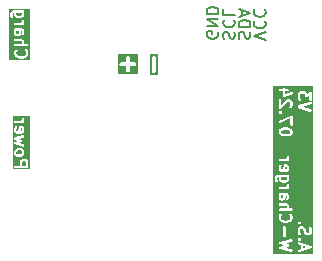
<source format=gbo>
G04 #@! TF.GenerationSoftware,KiCad,Pcbnew,8.0.4*
G04 #@! TF.CreationDate,2024-07-24T18:14:05+02:00*
G04 #@! TF.ProjectId,ESP32-C3-V3,45535033-322d-4433-932d-56332e6b6963,rev?*
G04 #@! TF.SameCoordinates,Original*
G04 #@! TF.FileFunction,Legend,Bot*
G04 #@! TF.FilePolarity,Positive*
%FSLAX46Y46*%
G04 Gerber Fmt 4.6, Leading zero omitted, Abs format (unit mm)*
G04 Created by KiCad (PCBNEW 8.0.4) date 2024-07-24 18:14:05*
%MOMM*%
%LPD*%
G01*
G04 APERTURE LIST*
%ADD10C,0.200000*%
%ADD11C,0.300000*%
G04 APERTURE END LIST*
D10*
X52980400Y8522055D02*
X52932780Y8664912D01*
X52932780Y8664912D02*
X52932780Y8903007D01*
X52932780Y8903007D02*
X52980400Y8998245D01*
X52980400Y8998245D02*
X53028019Y9045864D01*
X53028019Y9045864D02*
X53123257Y9093483D01*
X53123257Y9093483D02*
X53218495Y9093483D01*
X53218495Y9093483D02*
X53313733Y9045864D01*
X53313733Y9045864D02*
X53361352Y8998245D01*
X53361352Y8998245D02*
X53408971Y8903007D01*
X53408971Y8903007D02*
X53456590Y8712531D01*
X53456590Y8712531D02*
X53504209Y8617293D01*
X53504209Y8617293D02*
X53551828Y8569674D01*
X53551828Y8569674D02*
X53647066Y8522055D01*
X53647066Y8522055D02*
X53742304Y8522055D01*
X53742304Y8522055D02*
X53837542Y8569674D01*
X53837542Y8569674D02*
X53885161Y8617293D01*
X53885161Y8617293D02*
X53932780Y8712531D01*
X53932780Y8712531D02*
X53932780Y8950626D01*
X53932780Y8950626D02*
X53885161Y9093483D01*
X53028019Y10093483D02*
X52980400Y10045864D01*
X52980400Y10045864D02*
X52932780Y9903007D01*
X52932780Y9903007D02*
X52932780Y9807769D01*
X52932780Y9807769D02*
X52980400Y9664912D01*
X52980400Y9664912D02*
X53075638Y9569674D01*
X53075638Y9569674D02*
X53170876Y9522055D01*
X53170876Y9522055D02*
X53361352Y9474436D01*
X53361352Y9474436D02*
X53504209Y9474436D01*
X53504209Y9474436D02*
X53694685Y9522055D01*
X53694685Y9522055D02*
X53789923Y9569674D01*
X53789923Y9569674D02*
X53885161Y9664912D01*
X53885161Y9664912D02*
X53932780Y9807769D01*
X53932780Y9807769D02*
X53932780Y9903007D01*
X53932780Y9903007D02*
X53885161Y10045864D01*
X53885161Y10045864D02*
X53837542Y10093483D01*
X52932780Y10998245D02*
X52932780Y10522055D01*
X52932780Y10522055D02*
X53932780Y10522055D01*
D11*
G36*
X47387267Y5440726D02*
G01*
X46753933Y5440726D01*
X46753933Y6897368D01*
X46920600Y6897368D01*
X46920600Y5754511D01*
X46923482Y5725247D01*
X46945880Y5671175D01*
X46987264Y5629791D01*
X47041336Y5607393D01*
X47099864Y5607393D01*
X47153936Y5629791D01*
X47195320Y5671175D01*
X47217718Y5725247D01*
X47220600Y5754511D01*
X47220600Y6897368D01*
X47217718Y6926632D01*
X47195320Y6980704D01*
X47153936Y7022088D01*
X47099864Y7044486D01*
X47041336Y7044486D01*
X46987264Y7022088D01*
X46945880Y6980704D01*
X46923482Y6926632D01*
X46920600Y6897368D01*
X46753933Y6897368D01*
X46753933Y7211153D01*
X47387267Y7211153D01*
X47387267Y5440726D01*
G37*
D10*
G36*
X36178306Y-1888703D02*
G01*
X36202975Y-1913371D01*
X36232780Y-1972981D01*
X36232780Y-2230326D01*
X35908971Y-2230326D01*
X35908971Y-1972981D01*
X35938776Y-1913371D01*
X35963444Y-1888702D01*
X36023054Y-1858898D01*
X36118697Y-1858898D01*
X36178306Y-1888703D01*
G37*
G36*
X35844973Y-983941D02*
G01*
X35869642Y-1008609D01*
X35899447Y-1068219D01*
X35899447Y-1163862D01*
X35869642Y-1223471D01*
X35844973Y-1248139D01*
X35785364Y-1277945D01*
X35546864Y-1277945D01*
X35487254Y-1248140D01*
X35462583Y-1223469D01*
X35432780Y-1163862D01*
X35432780Y-1068218D01*
X35462583Y-1008611D01*
X35487254Y-983940D01*
X35546864Y-954136D01*
X35785364Y-954136D01*
X35844973Y-983941D01*
G37*
G36*
X35877292Y928471D02*
G01*
X35899447Y884162D01*
X35899447Y740900D01*
X35877292Y696592D01*
X35832983Y674436D01*
X35788094Y674436D01*
X35842391Y945922D01*
X35877292Y928471D01*
G37*
G36*
X36543891Y-2541437D02*
G01*
X35121669Y-2541437D01*
X35121669Y-2310817D01*
X35234701Y-2310817D01*
X35234701Y-2349835D01*
X35249633Y-2385883D01*
X35277223Y-2413473D01*
X35313271Y-2428405D01*
X35332780Y-2430326D01*
X36332780Y-2430326D01*
X36352289Y-2428405D01*
X36388337Y-2413473D01*
X36415927Y-2385883D01*
X36430859Y-2349835D01*
X36432780Y-2330326D01*
X36432780Y-1949374D01*
X36430859Y-1929865D01*
X36429483Y-1926544D01*
X36429229Y-1922961D01*
X36422223Y-1904652D01*
X36374604Y-1809415D01*
X36369318Y-1801018D01*
X36368308Y-1798578D01*
X36366054Y-1795832D01*
X36364161Y-1792824D01*
X36362163Y-1791091D01*
X36355871Y-1783425D01*
X36308253Y-1735806D01*
X36300582Y-1729511D01*
X36298853Y-1727517D01*
X36295845Y-1725623D01*
X36293099Y-1723370D01*
X36290659Y-1722359D01*
X36282263Y-1717074D01*
X36187025Y-1669455D01*
X36168717Y-1662449D01*
X36165133Y-1662194D01*
X36161813Y-1660819D01*
X36142304Y-1658898D01*
X35999447Y-1658898D01*
X35979938Y-1660819D01*
X35976617Y-1662194D01*
X35973034Y-1662449D01*
X35954725Y-1669455D01*
X35859488Y-1717074D01*
X35851091Y-1722359D01*
X35848651Y-1723370D01*
X35845905Y-1725623D01*
X35842897Y-1727517D01*
X35841164Y-1729514D01*
X35833498Y-1735807D01*
X35785879Y-1783425D01*
X35779584Y-1791095D01*
X35777590Y-1792825D01*
X35775696Y-1795832D01*
X35773443Y-1798579D01*
X35772432Y-1801018D01*
X35767147Y-1809415D01*
X35719528Y-1904653D01*
X35712522Y-1922961D01*
X35712267Y-1926544D01*
X35710892Y-1929865D01*
X35708971Y-1949374D01*
X35708971Y-2230326D01*
X35332780Y-2230326D01*
X35313271Y-2232247D01*
X35277223Y-2247179D01*
X35249633Y-2274769D01*
X35234701Y-2310817D01*
X35121669Y-2310817D01*
X35121669Y-1044612D01*
X35232780Y-1044612D01*
X35232780Y-1187469D01*
X35234701Y-1206978D01*
X35236076Y-1210297D01*
X35236331Y-1213883D01*
X35243338Y-1232191D01*
X35290958Y-1327429D01*
X35296242Y-1335824D01*
X35297253Y-1338264D01*
X35299506Y-1341009D01*
X35301401Y-1344020D01*
X35303397Y-1345751D01*
X35309689Y-1353418D01*
X35357308Y-1401036D01*
X35364974Y-1407328D01*
X35366707Y-1409326D01*
X35369715Y-1411219D01*
X35372461Y-1413473D01*
X35374901Y-1414483D01*
X35383298Y-1419769D01*
X35478535Y-1467388D01*
X35496844Y-1474394D01*
X35500427Y-1474648D01*
X35503748Y-1476024D01*
X35523257Y-1477945D01*
X35808971Y-1477945D01*
X35828480Y-1476024D01*
X35831800Y-1474648D01*
X35835384Y-1474394D01*
X35853692Y-1467388D01*
X35948930Y-1419769D01*
X35957326Y-1414483D01*
X35959766Y-1413473D01*
X35962512Y-1411219D01*
X35965520Y-1409326D01*
X35967249Y-1407331D01*
X35974920Y-1401037D01*
X36022538Y-1353418D01*
X36028830Y-1345751D01*
X36030828Y-1344019D01*
X36032721Y-1341010D01*
X36034975Y-1338265D01*
X36035985Y-1335824D01*
X36041271Y-1327428D01*
X36088890Y-1232191D01*
X36095896Y-1213882D01*
X36096150Y-1210298D01*
X36097526Y-1206978D01*
X36099447Y-1187469D01*
X36099447Y-1044612D01*
X36097526Y-1025103D01*
X36096150Y-1021782D01*
X36095896Y-1018199D01*
X36088890Y-999890D01*
X36041271Y-904653D01*
X36035985Y-896256D01*
X36034975Y-893816D01*
X36032721Y-891070D01*
X36030828Y-888062D01*
X36028830Y-886329D01*
X36022538Y-878663D01*
X35974920Y-831044D01*
X35967249Y-824749D01*
X35965520Y-822755D01*
X35962512Y-820861D01*
X35959766Y-818608D01*
X35957326Y-817597D01*
X35948930Y-812312D01*
X35853692Y-764693D01*
X35835384Y-757687D01*
X35831800Y-757432D01*
X35828480Y-756057D01*
X35808971Y-754136D01*
X35523257Y-754136D01*
X35503748Y-756057D01*
X35500427Y-757432D01*
X35496844Y-757687D01*
X35478535Y-764693D01*
X35383298Y-812312D01*
X35374901Y-817597D01*
X35372461Y-818608D01*
X35369715Y-820861D01*
X35366707Y-822755D01*
X35364974Y-824752D01*
X35357308Y-831045D01*
X35309689Y-878663D01*
X35303397Y-886329D01*
X35301401Y-888061D01*
X35299506Y-891071D01*
X35297253Y-893817D01*
X35296242Y-896256D01*
X35290958Y-904652D01*
X35243338Y-999890D01*
X35236331Y-1018198D01*
X35236076Y-1021783D01*
X35234701Y-1025103D01*
X35232780Y-1044612D01*
X35121669Y-1044612D01*
X35121669Y42440D01*
X35233115Y42440D01*
X35234869Y36301D01*
X35234947Y29923D01*
X35240179Y17713D01*
X35243834Y4923D01*
X35247804Y-78D01*
X35250317Y-5941D01*
X35259828Y-15223D01*
X35268095Y-25636D01*
X35273672Y-28734D01*
X35278241Y-33193D01*
X35295641Y-42222D01*
X35539711Y-139850D01*
X35295641Y-237478D01*
X35278241Y-246507D01*
X35273672Y-250965D01*
X35268095Y-254064D01*
X35259828Y-264476D01*
X35250317Y-273759D01*
X35247804Y-279621D01*
X35243834Y-284623D01*
X35240179Y-297412D01*
X35234947Y-309623D01*
X35234869Y-316000D01*
X35233115Y-322140D01*
X35234632Y-335346D01*
X35234470Y-348638D01*
X35236840Y-354564D01*
X35237569Y-360903D01*
X35244022Y-372520D01*
X35248961Y-384865D01*
X35253419Y-389433D01*
X35256518Y-395011D01*
X35266930Y-403277D01*
X35276213Y-412789D01*
X35282075Y-415301D01*
X35287077Y-419272D01*
X35305308Y-426478D01*
X35971975Y-616954D01*
X35991261Y-620467D01*
X36030024Y-616012D01*
X36064132Y-597064D01*
X36088393Y-566505D01*
X36099112Y-528988D01*
X36094657Y-490225D01*
X36075709Y-456117D01*
X36045150Y-431856D01*
X36026919Y-424650D01*
X35641516Y-314535D01*
X35846110Y-232698D01*
X35863510Y-223669D01*
X35864399Y-222800D01*
X35865538Y-222313D01*
X35878318Y-209216D01*
X35891434Y-196417D01*
X35891922Y-195276D01*
X35892789Y-194389D01*
X35899591Y-177383D01*
X35906804Y-160554D01*
X35906819Y-159314D01*
X35907280Y-158162D01*
X35907056Y-139850D01*
X35907280Y-121538D01*
X35906819Y-120385D01*
X35906804Y-119146D01*
X35899591Y-102316D01*
X35892789Y-85311D01*
X35891922Y-84423D01*
X35891434Y-83283D01*
X35878318Y-70483D01*
X35865538Y-57387D01*
X35864399Y-56899D01*
X35863510Y-56031D01*
X35846110Y-47002D01*
X35641516Y34836D01*
X36026919Y144950D01*
X36045150Y152156D01*
X36075709Y176417D01*
X36094657Y210525D01*
X36099112Y249288D01*
X36088393Y286805D01*
X36064132Y317364D01*
X36030024Y336312D01*
X35991261Y340767D01*
X35971975Y337254D01*
X35305308Y146778D01*
X35287077Y139572D01*
X35282075Y135602D01*
X35276213Y133089D01*
X35266930Y123578D01*
X35256518Y115311D01*
X35253419Y109734D01*
X35248961Y105165D01*
X35244022Y92821D01*
X35237569Y81203D01*
X35236840Y74865D01*
X35234470Y68938D01*
X35234632Y55647D01*
X35233115Y42440D01*
X35121669Y42440D01*
X35121669Y907769D01*
X35232780Y907769D01*
X35232780Y717293D01*
X35234701Y697784D01*
X35236076Y694465D01*
X35236331Y690879D01*
X35243338Y672571D01*
X35290958Y577333D01*
X35293010Y574072D01*
X35293524Y572532D01*
X35295186Y570615D01*
X35301401Y560742D01*
X35310873Y552528D01*
X35319088Y543055D01*
X35328960Y536841D01*
X35330878Y535178D01*
X35332417Y534665D01*
X35335679Y532612D01*
X35430916Y484993D01*
X35449225Y477987D01*
X35452808Y477733D01*
X35456129Y476357D01*
X35475638Y474436D01*
X35666009Y474436D01*
X35856590Y474436D01*
X35876099Y476357D01*
X35879419Y477733D01*
X35883003Y477987D01*
X35901311Y484993D01*
X35996549Y532612D01*
X35999812Y534666D01*
X36001351Y535179D01*
X36003267Y536842D01*
X36013139Y543055D01*
X36021352Y552526D01*
X36030828Y560743D01*
X36037042Y570617D01*
X36038704Y572532D01*
X36039216Y574071D01*
X36041271Y577334D01*
X36088890Y672571D01*
X36095896Y690880D01*
X36096150Y694464D01*
X36097526Y697784D01*
X36099447Y717293D01*
X36099447Y907769D01*
X36097526Y927278D01*
X36096150Y930599D01*
X36095896Y934182D01*
X36088890Y952491D01*
X36041271Y1047728D01*
X36039216Y1050992D01*
X36038704Y1052530D01*
X36037042Y1054446D01*
X36030828Y1064319D01*
X36021352Y1072537D01*
X36013139Y1082007D01*
X36003267Y1088221D01*
X36001351Y1089883D01*
X35999812Y1090397D01*
X35996549Y1092450D01*
X35901311Y1140069D01*
X35883003Y1147075D01*
X35879419Y1147330D01*
X35876099Y1148705D01*
X35856590Y1150626D01*
X35761352Y1150626D01*
X35741843Y1148705D01*
X35732790Y1144956D01*
X35723180Y1143054D01*
X35714942Y1137563D01*
X35705795Y1133773D01*
X35698866Y1126845D01*
X35690715Y1121410D01*
X35685206Y1113185D01*
X35678205Y1106183D01*
X35674455Y1097132D01*
X35669004Y1088991D01*
X35663294Y1070237D01*
X35663274Y1070138D01*
X35663273Y1070135D01*
X35663273Y1070133D01*
X35584134Y674436D01*
X35499245Y674436D01*
X35454934Y696592D01*
X35432780Y740900D01*
X35432780Y884163D01*
X35469842Y958285D01*
X35476849Y976594D01*
X35479615Y1015514D01*
X35467277Y1052530D01*
X35441712Y1082007D01*
X35406814Y1099456D01*
X35367894Y1102222D01*
X35330878Y1089884D01*
X35301401Y1064320D01*
X35290958Y1047729D01*
X35243338Y952491D01*
X35236331Y934183D01*
X35236076Y930598D01*
X35234701Y927278D01*
X35232780Y907769D01*
X35121669Y907769D01*
X35121669Y1498707D01*
X35234701Y1498707D01*
X35234701Y1459689D01*
X35249633Y1423641D01*
X35277223Y1396051D01*
X35313271Y1381119D01*
X35332780Y1379198D01*
X35999447Y1379198D01*
X36018956Y1381119D01*
X36055004Y1396051D01*
X36082594Y1423641D01*
X36097526Y1459689D01*
X36097526Y1498707D01*
X36082594Y1534755D01*
X36056725Y1560624D01*
X36088890Y1624952D01*
X36095896Y1643261D01*
X36096150Y1646845D01*
X36097526Y1650165D01*
X36099447Y1669674D01*
X36099447Y1764912D01*
X36097526Y1784421D01*
X36082594Y1820469D01*
X36055004Y1848059D01*
X36018956Y1862991D01*
X35979938Y1862991D01*
X35943890Y1848059D01*
X35916300Y1820469D01*
X35901368Y1784421D01*
X35899447Y1764912D01*
X35899447Y1693281D01*
X35869642Y1633672D01*
X35844973Y1609004D01*
X35785364Y1579198D01*
X35332780Y1579198D01*
X35313271Y1577277D01*
X35277223Y1562345D01*
X35249633Y1534755D01*
X35234701Y1498707D01*
X35121669Y1498707D01*
X35121669Y1974102D01*
X36543891Y1974102D01*
X36543891Y-2541437D01*
G37*
X56532780Y8426817D02*
X55532780Y8760150D01*
X55532780Y8760150D02*
X56532780Y9093483D01*
X55628019Y9998245D02*
X55580400Y9950626D01*
X55580400Y9950626D02*
X55532780Y9807769D01*
X55532780Y9807769D02*
X55532780Y9712531D01*
X55532780Y9712531D02*
X55580400Y9569674D01*
X55580400Y9569674D02*
X55675638Y9474436D01*
X55675638Y9474436D02*
X55770876Y9426817D01*
X55770876Y9426817D02*
X55961352Y9379198D01*
X55961352Y9379198D02*
X56104209Y9379198D01*
X56104209Y9379198D02*
X56294685Y9426817D01*
X56294685Y9426817D02*
X56389923Y9474436D01*
X56389923Y9474436D02*
X56485161Y9569674D01*
X56485161Y9569674D02*
X56532780Y9712531D01*
X56532780Y9712531D02*
X56532780Y9807769D01*
X56532780Y9807769D02*
X56485161Y9950626D01*
X56485161Y9950626D02*
X56437542Y9998245D01*
X55628019Y10998245D02*
X55580400Y10950626D01*
X55580400Y10950626D02*
X55532780Y10807769D01*
X55532780Y10807769D02*
X55532780Y10712531D01*
X55532780Y10712531D02*
X55580400Y10569674D01*
X55580400Y10569674D02*
X55675638Y10474436D01*
X55675638Y10474436D02*
X55770876Y10426817D01*
X55770876Y10426817D02*
X55961352Y10379198D01*
X55961352Y10379198D02*
X56104209Y10379198D01*
X56104209Y10379198D02*
X56294685Y10426817D01*
X56294685Y10426817D02*
X56389923Y10474436D01*
X56389923Y10474436D02*
X56485161Y10569674D01*
X56485161Y10569674D02*
X56532780Y10712531D01*
X56532780Y10712531D02*
X56532780Y10807769D01*
X56532780Y10807769D02*
X56485161Y10950626D01*
X56485161Y10950626D02*
X56437542Y10998245D01*
X54280400Y8522055D02*
X54232780Y8664912D01*
X54232780Y8664912D02*
X54232780Y8903007D01*
X54232780Y8903007D02*
X54280400Y8998245D01*
X54280400Y8998245D02*
X54328019Y9045864D01*
X54328019Y9045864D02*
X54423257Y9093483D01*
X54423257Y9093483D02*
X54518495Y9093483D01*
X54518495Y9093483D02*
X54613733Y9045864D01*
X54613733Y9045864D02*
X54661352Y8998245D01*
X54661352Y8998245D02*
X54708971Y8903007D01*
X54708971Y8903007D02*
X54756590Y8712531D01*
X54756590Y8712531D02*
X54804209Y8617293D01*
X54804209Y8617293D02*
X54851828Y8569674D01*
X54851828Y8569674D02*
X54947066Y8522055D01*
X54947066Y8522055D02*
X55042304Y8522055D01*
X55042304Y8522055D02*
X55137542Y8569674D01*
X55137542Y8569674D02*
X55185161Y8617293D01*
X55185161Y8617293D02*
X55232780Y8712531D01*
X55232780Y8712531D02*
X55232780Y8950626D01*
X55232780Y8950626D02*
X55185161Y9093483D01*
X54232780Y9522055D02*
X55232780Y9522055D01*
X55232780Y9522055D02*
X55232780Y9760150D01*
X55232780Y9760150D02*
X55185161Y9903007D01*
X55185161Y9903007D02*
X55089923Y9998245D01*
X55089923Y9998245D02*
X54994685Y10045864D01*
X54994685Y10045864D02*
X54804209Y10093483D01*
X54804209Y10093483D02*
X54661352Y10093483D01*
X54661352Y10093483D02*
X54470876Y10045864D01*
X54470876Y10045864D02*
X54375638Y9998245D01*
X54375638Y9998245D02*
X54280400Y9903007D01*
X54280400Y9903007D02*
X54232780Y9760150D01*
X54232780Y9760150D02*
X54232780Y9522055D01*
X54518495Y10474436D02*
X54518495Y10950626D01*
X54232780Y10379198D02*
X55232780Y10712531D01*
X55232780Y10712531D02*
X54232780Y11045864D01*
G36*
X60026496Y-9139850D02*
G01*
X59728439Y-9239202D01*
X59728439Y-9040497D01*
X60026496Y-9139850D01*
G37*
G36*
X58013733Y-4925767D02*
G01*
X57991578Y-4970075D01*
X57947269Y-4992231D01*
X57899245Y-4992231D01*
X57854934Y-4970075D01*
X57832780Y-4925767D01*
X57832780Y-4734885D01*
X57842202Y-4716041D01*
X58013733Y-4716041D01*
X58013733Y-4925767D01*
G37*
G36*
X58299447Y-3211076D02*
G01*
X58299447Y-3354338D01*
X58269642Y-3413947D01*
X58244973Y-3438615D01*
X58185364Y-3468421D01*
X57946864Y-3468421D01*
X57887254Y-3438616D01*
X57862583Y-3413945D01*
X57832780Y-3354338D01*
X57832780Y-3211075D01*
X57842202Y-3192231D01*
X58290024Y-3192231D01*
X58299447Y-3211076D01*
G37*
G36*
X58277292Y-2309624D02*
G01*
X58299447Y-2353933D01*
X58299447Y-2497195D01*
X58277292Y-2541503D01*
X58232983Y-2563659D01*
X58188094Y-2563659D01*
X58242391Y-2292173D01*
X58277292Y-2309624D01*
G37*
G36*
X58507399Y765800D02*
G01*
X58578306Y730346D01*
X58602975Y705678D01*
X58632780Y646068D01*
X58632780Y598044D01*
X58602975Y538435D01*
X58578306Y513767D01*
X58507399Y478313D01*
X58339518Y436342D01*
X58126042Y436342D01*
X57958161Y478313D01*
X57887254Y513766D01*
X57862583Y538437D01*
X57832780Y598044D01*
X57832780Y646069D01*
X57862583Y705676D01*
X57887254Y730347D01*
X57958161Y765800D01*
X58126042Y807770D01*
X58339518Y807770D01*
X58507399Y765800D01*
G37*
G36*
X60553835Y-9683509D02*
G01*
X57188336Y-9683509D01*
X57188336Y-8810256D01*
X57632849Y-8810256D01*
X57636214Y-8824390D01*
X57638126Y-8838774D01*
X57640696Y-8843214D01*
X57641887Y-8848213D01*
X57650402Y-8859979D01*
X57657675Y-8872542D01*
X57661752Y-8875662D01*
X57664762Y-8879822D01*
X57677124Y-8887429D01*
X57688658Y-8896258D01*
X57695858Y-8898957D01*
X57697992Y-8900271D01*
X57700382Y-8900654D01*
X57707014Y-8903141D01*
X58058959Y-8996993D01*
X57707014Y-9090845D01*
X57700382Y-9093331D01*
X57697992Y-9093715D01*
X57695858Y-9095028D01*
X57688658Y-9097728D01*
X57677124Y-9106556D01*
X57664762Y-9114164D01*
X57661752Y-9118323D01*
X57657675Y-9121444D01*
X57650402Y-9134006D01*
X57641887Y-9145773D01*
X57640696Y-9150771D01*
X57638126Y-9155212D01*
X57636214Y-9169595D01*
X57632849Y-9183730D01*
X57633662Y-9188801D01*
X57632986Y-9193890D01*
X57636727Y-9207922D01*
X57639026Y-9222257D01*
X57641715Y-9226627D01*
X57643039Y-9231591D01*
X57651867Y-9243124D01*
X57659475Y-9255487D01*
X57663634Y-9258496D01*
X57666755Y-9262574D01*
X57679317Y-9269846D01*
X57691084Y-9278362D01*
X57698355Y-9280868D01*
X57700523Y-9282123D01*
X57702920Y-9282441D01*
X57709618Y-9284750D01*
X58709618Y-9522845D01*
X58729041Y-9525495D01*
X58767568Y-9519318D01*
X58800798Y-9498869D01*
X58823673Y-9467260D01*
X58832711Y-9429303D01*
X58826534Y-9390776D01*
X58806085Y-9357546D01*
X58774476Y-9334671D01*
X58755942Y-9328283D01*
X58141468Y-9181980D01*
X58472833Y-9093616D01*
X58477400Y-9091903D01*
X58479324Y-9091648D01*
X58481606Y-9090326D01*
X58491188Y-9086734D01*
X58501670Y-9078709D01*
X58513091Y-9072098D01*
X58517027Y-9066954D01*
X58522171Y-9063018D01*
X58528782Y-9051598D01*
X58536807Y-9041115D01*
X58538476Y-9034854D01*
X58541721Y-9029250D01*
X58543459Y-9016167D01*
X58546860Y-9003414D01*
X58546006Y-8996993D01*
X58546860Y-8990572D01*
X58543459Y-8977818D01*
X58541721Y-8964736D01*
X58538476Y-8959131D01*
X58536807Y-8952871D01*
X58528782Y-8942387D01*
X58522171Y-8930968D01*
X58517027Y-8927031D01*
X58513091Y-8921888D01*
X58501670Y-8915276D01*
X58491188Y-8907252D01*
X58481606Y-8903659D01*
X58479324Y-8902338D01*
X58477400Y-8902082D01*
X58472833Y-8900370D01*
X58141468Y-8812005D01*
X58217048Y-8794010D01*
X59243509Y-8794010D01*
X59246275Y-8832930D01*
X59263725Y-8867829D01*
X59293201Y-8893394D01*
X59311101Y-8901385D01*
X59528439Y-8973830D01*
X59528439Y-9305869D01*
X59311101Y-9378315D01*
X59293201Y-9386306D01*
X59263725Y-9411871D01*
X59246275Y-9446770D01*
X59243509Y-9485690D01*
X59255847Y-9522706D01*
X59281412Y-9552182D01*
X59316311Y-9569632D01*
X59355231Y-9572398D01*
X59374347Y-9568051D01*
X60374346Y-9234718D01*
X60392247Y-9226727D01*
X60397648Y-9222042D01*
X60404035Y-9218849D01*
X60412247Y-9209380D01*
X60421723Y-9201162D01*
X60424918Y-9194770D01*
X60429600Y-9189373D01*
X60433566Y-9177475D01*
X60439172Y-9166263D01*
X60439678Y-9159138D01*
X60441939Y-9152357D01*
X60441049Y-9139850D01*
X60441939Y-9127343D01*
X60439678Y-9120561D01*
X60439172Y-9113437D01*
X60433566Y-9102224D01*
X60429600Y-9090327D01*
X60424918Y-9084929D01*
X60421723Y-9078538D01*
X60412247Y-9070319D01*
X60404035Y-9060851D01*
X60397648Y-9057657D01*
X60392247Y-9052973D01*
X60374346Y-9044982D01*
X59374347Y-8711649D01*
X59355231Y-8707302D01*
X59316311Y-8710068D01*
X59281412Y-8727518D01*
X59255847Y-8756994D01*
X59243509Y-8794010D01*
X58217048Y-8794010D01*
X58755942Y-8665703D01*
X58774476Y-8659315D01*
X58806085Y-8636440D01*
X58826534Y-8603210D01*
X58832711Y-8564683D01*
X58823673Y-8526726D01*
X58800798Y-8495117D01*
X58767568Y-8474668D01*
X58729041Y-8468491D01*
X58709618Y-8471141D01*
X57709618Y-8709236D01*
X57702920Y-8711544D01*
X57700523Y-8711863D01*
X57698355Y-8713117D01*
X57691084Y-8715624D01*
X57679317Y-8724139D01*
X57666755Y-8731412D01*
X57663634Y-8735489D01*
X57659475Y-8738499D01*
X57651867Y-8750861D01*
X57643039Y-8762395D01*
X57641715Y-8767358D01*
X57639026Y-8771729D01*
X57636727Y-8786063D01*
X57632986Y-8800096D01*
X57633662Y-8805184D01*
X57632849Y-8810256D01*
X57188336Y-8810256D01*
X57188336Y-8453674D01*
X59244645Y-8453674D01*
X59244645Y-8492692D01*
X59246129Y-8496275D01*
X59259576Y-8528740D01*
X59259577Y-8528741D01*
X59272014Y-8543894D01*
X59319634Y-8591513D01*
X59334787Y-8603950D01*
X59360277Y-8614507D01*
X59370835Y-8618881D01*
X59370836Y-8618881D01*
X59409853Y-8618881D01*
X59430970Y-8610133D01*
X59445902Y-8603949D01*
X59445906Y-8603944D01*
X59461055Y-8591513D01*
X59508673Y-8543894D01*
X59521110Y-8528741D01*
X59532479Y-8501293D01*
X59536042Y-8492692D01*
X59536042Y-8453674D01*
X59521110Y-8417626D01*
X59521110Y-8417625D01*
X59508673Y-8402472D01*
X59461055Y-8354853D01*
X59445906Y-8342421D01*
X59445902Y-8342417D01*
X59430970Y-8336232D01*
X59409853Y-8327485D01*
X59370835Y-8327485D01*
X59360277Y-8331858D01*
X59334787Y-8342416D01*
X59319634Y-8354853D01*
X59272014Y-8402472D01*
X59259577Y-8417625D01*
X59259576Y-8417626D01*
X59249018Y-8443116D01*
X59244645Y-8453674D01*
X57188336Y-8453674D01*
X57188336Y-7425565D01*
X58013733Y-7425565D01*
X58013733Y-8187469D01*
X58015654Y-8206978D01*
X58030586Y-8243026D01*
X58058176Y-8270616D01*
X58094224Y-8285548D01*
X58133242Y-8285548D01*
X58169290Y-8270616D01*
X58196880Y-8243026D01*
X58211812Y-8206978D01*
X58213733Y-8187469D01*
X58213733Y-7663660D01*
X59242724Y-7663660D01*
X59242724Y-7901755D01*
X59243696Y-7911628D01*
X59243509Y-7914263D01*
X59244296Y-7917726D01*
X59244645Y-7921264D01*
X59245656Y-7923705D01*
X59247856Y-7933378D01*
X59295476Y-8076236D01*
X59303468Y-8094136D01*
X59329033Y-8123612D01*
X59363932Y-8141061D01*
X59402852Y-8143827D01*
X59439868Y-8131488D01*
X59469344Y-8105923D01*
X59486793Y-8071024D01*
X59489559Y-8032104D01*
X59485212Y-8012989D01*
X59442724Y-7885527D01*
X59442724Y-7687266D01*
X59472527Y-7627659D01*
X59497198Y-7602988D01*
X59556808Y-7573184D01*
X59604832Y-7573184D01*
X59664441Y-7602989D01*
X59689110Y-7627657D01*
X59724563Y-7698564D01*
X59769520Y-7878389D01*
X59770033Y-7879826D01*
X59770085Y-7880549D01*
X59773193Y-7888673D01*
X59776115Y-7896850D01*
X59776545Y-7897430D01*
X59777091Y-7898857D01*
X59824710Y-7994095D01*
X59829995Y-8002491D01*
X59831006Y-8004931D01*
X59833259Y-8007677D01*
X59835153Y-8010685D01*
X59837147Y-8012414D01*
X59843442Y-8020085D01*
X59891061Y-8067703D01*
X59898727Y-8073995D01*
X59900460Y-8075993D01*
X59903468Y-8077886D01*
X59906214Y-8080140D01*
X59908654Y-8081150D01*
X59917051Y-8086436D01*
X60012288Y-8134055D01*
X60030597Y-8141061D01*
X60034180Y-8141315D01*
X60037501Y-8142691D01*
X60057010Y-8144612D01*
X60152248Y-8144612D01*
X60171757Y-8142691D01*
X60175077Y-8141315D01*
X60178661Y-8141061D01*
X60196969Y-8134055D01*
X60292207Y-8086436D01*
X60300603Y-8081150D01*
X60303043Y-8080140D01*
X60305789Y-8077886D01*
X60308797Y-8075993D01*
X60310526Y-8073998D01*
X60318197Y-8067704D01*
X60365815Y-8020085D01*
X60372107Y-8012418D01*
X60374105Y-8010686D01*
X60375998Y-8007677D01*
X60378252Y-8004932D01*
X60379262Y-8002491D01*
X60384548Y-7994095D01*
X60432167Y-7898858D01*
X60439173Y-7880549D01*
X60439427Y-7876965D01*
X60440803Y-7873645D01*
X60442724Y-7854136D01*
X60442724Y-7616041D01*
X60441751Y-7606167D01*
X60441939Y-7603533D01*
X60441151Y-7600069D01*
X60440803Y-7596532D01*
X60439791Y-7594090D01*
X60437592Y-7584418D01*
X60389973Y-7441561D01*
X60381982Y-7423661D01*
X60356417Y-7394185D01*
X60321518Y-7376735D01*
X60282598Y-7373969D01*
X60245582Y-7386307D01*
X60216106Y-7411872D01*
X60198656Y-7446771D01*
X60195890Y-7485691D01*
X60200237Y-7504807D01*
X60242724Y-7632267D01*
X60242724Y-7830529D01*
X60212919Y-7890138D01*
X60188250Y-7914806D01*
X60128641Y-7944612D01*
X60080617Y-7944612D01*
X60021007Y-7914807D01*
X59996339Y-7890138D01*
X59960885Y-7819231D01*
X59915929Y-7639406D01*
X59915415Y-7637967D01*
X59915364Y-7637247D01*
X59912255Y-7629122D01*
X59909334Y-7620946D01*
X59908904Y-7620366D01*
X59908358Y-7618938D01*
X59860739Y-7523701D01*
X59855453Y-7515304D01*
X59854443Y-7512864D01*
X59852189Y-7510118D01*
X59850296Y-7507110D01*
X59848298Y-7505377D01*
X59842006Y-7497711D01*
X59794388Y-7450092D01*
X59786717Y-7443797D01*
X59784988Y-7441803D01*
X59781980Y-7439909D01*
X59779234Y-7437656D01*
X59776794Y-7436645D01*
X59768398Y-7431360D01*
X59673160Y-7383741D01*
X59654852Y-7376735D01*
X59651268Y-7376480D01*
X59647948Y-7375105D01*
X59628439Y-7373184D01*
X59533201Y-7373184D01*
X59513692Y-7375105D01*
X59510371Y-7376480D01*
X59506788Y-7376735D01*
X59488479Y-7383741D01*
X59393242Y-7431360D01*
X59384845Y-7436645D01*
X59382405Y-7437656D01*
X59379659Y-7439909D01*
X59376651Y-7441803D01*
X59374918Y-7443800D01*
X59367252Y-7450093D01*
X59319633Y-7497711D01*
X59313341Y-7505377D01*
X59311345Y-7507109D01*
X59309450Y-7510119D01*
X59307197Y-7512865D01*
X59306186Y-7515304D01*
X59300902Y-7523700D01*
X59253282Y-7618938D01*
X59246275Y-7637246D01*
X59246020Y-7640831D01*
X59244645Y-7644151D01*
X59242724Y-7663660D01*
X58213733Y-7663660D01*
X58213733Y-7425565D01*
X58211812Y-7406056D01*
X58196880Y-7370008D01*
X58169290Y-7342418D01*
X58133242Y-7327486D01*
X58094224Y-7327486D01*
X58058176Y-7342418D01*
X58030586Y-7370008D01*
X58015654Y-7406056D01*
X58013733Y-7425565D01*
X57188336Y-7425565D01*
X57188336Y-6568422D01*
X57632780Y-6568422D01*
X57632780Y-6663660D01*
X57633752Y-6673533D01*
X57633565Y-6676168D01*
X57634352Y-6679631D01*
X57634701Y-6683169D01*
X57635712Y-6685610D01*
X57637912Y-6695283D01*
X57685532Y-6838141D01*
X57693524Y-6856041D01*
X57695878Y-6858755D01*
X57697253Y-6862074D01*
X57709689Y-6877228D01*
X57804927Y-6972466D01*
X57812593Y-6978757D01*
X57814326Y-6980755D01*
X57817337Y-6982650D01*
X57820081Y-6984902D01*
X57822518Y-6985911D01*
X57830917Y-6991198D01*
X57926154Y-7038817D01*
X57927582Y-7039363D01*
X57928162Y-7039793D01*
X57936338Y-7042714D01*
X57944463Y-7045823D01*
X57945183Y-7045874D01*
X57946622Y-7046388D01*
X58137098Y-7094007D01*
X58140479Y-7094507D01*
X58141843Y-7095072D01*
X58149193Y-7095795D01*
X58156491Y-7096875D01*
X58157949Y-7096657D01*
X58161352Y-7096993D01*
X58304209Y-7096993D01*
X58307611Y-7096657D01*
X58309070Y-7096875D01*
X58316367Y-7095795D01*
X58323718Y-7095072D01*
X58325081Y-7094507D01*
X58328463Y-7094007D01*
X58518938Y-7046388D01*
X58520375Y-7045874D01*
X58521098Y-7045823D01*
X58529222Y-7042714D01*
X58537399Y-7039793D01*
X58537979Y-7039362D01*
X58539406Y-7038817D01*
X58566834Y-7025103D01*
X59244645Y-7025103D01*
X59244645Y-7064121D01*
X59246129Y-7067704D01*
X59259576Y-7100169D01*
X59259577Y-7100170D01*
X59272014Y-7115323D01*
X59319634Y-7162942D01*
X59334787Y-7175379D01*
X59360277Y-7185936D01*
X59370835Y-7190310D01*
X59370836Y-7190310D01*
X59409853Y-7190310D01*
X59430970Y-7181562D01*
X59445902Y-7175378D01*
X59445906Y-7175373D01*
X59461055Y-7162942D01*
X59508673Y-7115323D01*
X59521110Y-7100170D01*
X59525483Y-7089611D01*
X59536042Y-7064121D01*
X59536042Y-7025103D01*
X59521110Y-6989055D01*
X59521110Y-6989054D01*
X59508673Y-6973901D01*
X59461055Y-6926282D01*
X59445906Y-6913850D01*
X59445902Y-6913846D01*
X59428345Y-6906574D01*
X59409853Y-6898914D01*
X59370835Y-6898914D01*
X59361053Y-6902966D01*
X59334787Y-6913845D01*
X59319634Y-6926282D01*
X59272014Y-6973901D01*
X59259577Y-6989054D01*
X59259576Y-6989055D01*
X59254275Y-7001854D01*
X59244645Y-7025103D01*
X58566834Y-7025103D01*
X58634644Y-6991198D01*
X58643040Y-6985912D01*
X58645480Y-6984902D01*
X58648226Y-6982648D01*
X58651234Y-6980755D01*
X58652963Y-6978760D01*
X58660634Y-6972466D01*
X58755872Y-6877228D01*
X58768308Y-6862074D01*
X58769682Y-6858755D01*
X58772038Y-6856040D01*
X58780029Y-6838140D01*
X58827648Y-6695283D01*
X58829847Y-6685610D01*
X58830859Y-6683169D01*
X58831207Y-6679631D01*
X58831995Y-6676168D01*
X58831807Y-6673533D01*
X58832780Y-6663660D01*
X58832780Y-6568422D01*
X58831807Y-6558548D01*
X58831995Y-6555914D01*
X58831207Y-6552450D01*
X58830859Y-6548913D01*
X58829847Y-6546471D01*
X58827648Y-6536799D01*
X58780029Y-6393942D01*
X58772038Y-6376042D01*
X58769682Y-6373326D01*
X58768308Y-6370007D01*
X58755871Y-6354854D01*
X58708253Y-6307235D01*
X58693099Y-6294799D01*
X58657051Y-6279867D01*
X58618033Y-6279867D01*
X58581985Y-6294799D01*
X58554395Y-6322389D01*
X58539463Y-6358437D01*
X58539463Y-6397455D01*
X58554395Y-6433503D01*
X58566831Y-6448657D01*
X58597758Y-6479583D01*
X58632780Y-6584648D01*
X58632780Y-6647433D01*
X58597758Y-6752497D01*
X58530686Y-6819569D01*
X58459780Y-6855022D01*
X58291899Y-6896993D01*
X58173661Y-6896993D01*
X58005780Y-6855022D01*
X57934875Y-6819570D01*
X57867802Y-6752497D01*
X57832780Y-6647432D01*
X57832780Y-6584649D01*
X57867802Y-6479584D01*
X57898729Y-6448657D01*
X57911166Y-6433504D01*
X57926097Y-6397455D01*
X57926097Y-6358437D01*
X57911166Y-6322389D01*
X57883576Y-6294799D01*
X57847528Y-6279868D01*
X57808510Y-6279868D01*
X57772461Y-6294799D01*
X57757308Y-6307236D01*
X57709689Y-6354854D01*
X57697253Y-6370008D01*
X57695878Y-6373326D01*
X57693524Y-6376041D01*
X57685532Y-6393941D01*
X57637912Y-6536799D01*
X57635712Y-6546471D01*
X57634701Y-6548913D01*
X57634352Y-6552450D01*
X57633565Y-6555914D01*
X57633752Y-6558548D01*
X57632780Y-6568422D01*
X57188336Y-6568422D01*
X57188336Y-5501294D01*
X57634701Y-5501294D01*
X57634701Y-5540312D01*
X57649633Y-5576360D01*
X57677223Y-5603950D01*
X57713271Y-5618882D01*
X57732780Y-5620803D01*
X58232983Y-5620803D01*
X58277292Y-5642958D01*
X58299447Y-5687267D01*
X58299447Y-5782910D01*
X58269642Y-5842519D01*
X58262788Y-5849374D01*
X57732780Y-5849374D01*
X57713271Y-5851295D01*
X57677223Y-5866227D01*
X57649633Y-5893817D01*
X57634701Y-5929865D01*
X57634701Y-5968883D01*
X57649633Y-6004931D01*
X57677223Y-6032521D01*
X57713271Y-6047453D01*
X57732780Y-6049374D01*
X58732780Y-6049374D01*
X58752289Y-6047453D01*
X58788337Y-6032521D01*
X58815927Y-6004931D01*
X58830859Y-5968883D01*
X58830859Y-5929865D01*
X58815927Y-5893817D01*
X58788337Y-5866227D01*
X58752289Y-5851295D01*
X58732780Y-5849374D01*
X58489604Y-5849374D01*
X58495896Y-5832930D01*
X58496150Y-5829346D01*
X58497526Y-5826026D01*
X58499447Y-5806517D01*
X58499447Y-5663660D01*
X58497526Y-5644151D01*
X58496150Y-5640830D01*
X58495896Y-5637247D01*
X58488890Y-5618938D01*
X58441271Y-5523701D01*
X58439216Y-5520437D01*
X58438704Y-5518899D01*
X58437042Y-5516983D01*
X58430828Y-5507110D01*
X58421352Y-5498892D01*
X58413139Y-5489422D01*
X58403267Y-5483208D01*
X58401351Y-5481546D01*
X58399812Y-5481032D01*
X58396549Y-5478979D01*
X58301311Y-5431360D01*
X58283003Y-5424354D01*
X58279419Y-5424099D01*
X58276099Y-5422724D01*
X58256590Y-5420803D01*
X57732780Y-5420803D01*
X57713271Y-5422724D01*
X57677223Y-5437656D01*
X57649633Y-5465246D01*
X57634701Y-5501294D01*
X57188336Y-5501294D01*
X57188336Y-4711279D01*
X57632780Y-4711279D01*
X57632780Y-4949374D01*
X57634701Y-4968883D01*
X57636076Y-4972202D01*
X57636331Y-4975788D01*
X57643338Y-4994096D01*
X57690958Y-5089334D01*
X57693010Y-5092595D01*
X57693524Y-5094135D01*
X57695186Y-5096052D01*
X57701401Y-5105925D01*
X57710873Y-5114139D01*
X57719088Y-5123612D01*
X57728960Y-5129826D01*
X57730878Y-5131489D01*
X57732417Y-5132002D01*
X57735679Y-5134055D01*
X57830916Y-5181674D01*
X57849225Y-5188680D01*
X57852808Y-5188934D01*
X57856129Y-5190310D01*
X57875638Y-5192231D01*
X57970876Y-5192231D01*
X57990385Y-5190310D01*
X57993705Y-5188934D01*
X57997289Y-5188680D01*
X58015597Y-5181674D01*
X58110835Y-5134055D01*
X58114098Y-5132001D01*
X58115637Y-5131488D01*
X58117553Y-5129825D01*
X58127425Y-5123612D01*
X58135638Y-5114141D01*
X58145114Y-5105924D01*
X58151328Y-5096050D01*
X58152990Y-5094135D01*
X58153502Y-5092596D01*
X58155557Y-5089333D01*
X58203176Y-4994096D01*
X58210182Y-4975787D01*
X58210436Y-4972203D01*
X58211812Y-4968883D01*
X58213733Y-4949374D01*
X58213733Y-4734886D01*
X58223156Y-4716041D01*
X58232983Y-4716041D01*
X58277292Y-4738196D01*
X58299447Y-4782505D01*
X58299447Y-4925767D01*
X58262385Y-4999891D01*
X58255379Y-5018199D01*
X58252613Y-5057119D01*
X58264952Y-5094135D01*
X58290516Y-5123612D01*
X58325415Y-5141061D01*
X58364335Y-5143827D01*
X58401351Y-5131488D01*
X58430828Y-5105924D01*
X58441271Y-5089333D01*
X58488890Y-4994096D01*
X58495896Y-4975787D01*
X58496150Y-4972203D01*
X58497526Y-4968883D01*
X58499447Y-4949374D01*
X58499447Y-4758898D01*
X58497526Y-4739389D01*
X58496150Y-4736068D01*
X58495896Y-4732485D01*
X58488890Y-4714176D01*
X58441271Y-4618939D01*
X58439216Y-4615675D01*
X58438704Y-4614137D01*
X58437042Y-4612221D01*
X58430828Y-4602348D01*
X58421352Y-4594130D01*
X58413139Y-4584660D01*
X58403267Y-4578446D01*
X58401351Y-4576784D01*
X58399812Y-4576270D01*
X58396549Y-4574217D01*
X58301311Y-4526598D01*
X58283003Y-4519592D01*
X58279419Y-4519337D01*
X58276099Y-4517962D01*
X58256590Y-4516041D01*
X57732780Y-4516041D01*
X57713271Y-4517962D01*
X57677223Y-4532894D01*
X57649633Y-4560484D01*
X57634701Y-4596532D01*
X57634701Y-4635550D01*
X57645638Y-4661955D01*
X57643338Y-4666557D01*
X57636331Y-4684865D01*
X57636076Y-4688450D01*
X57634701Y-4691770D01*
X57632780Y-4711279D01*
X57188336Y-4711279D01*
X57188336Y-4120341D01*
X57634701Y-4120341D01*
X57634701Y-4159359D01*
X57649633Y-4195407D01*
X57677223Y-4222997D01*
X57713271Y-4237929D01*
X57732780Y-4239850D01*
X58399447Y-4239850D01*
X58418956Y-4237929D01*
X58455004Y-4222997D01*
X58482594Y-4195407D01*
X58497526Y-4159359D01*
X58497526Y-4120341D01*
X58482594Y-4084293D01*
X58456725Y-4058424D01*
X58488890Y-3994096D01*
X58495896Y-3975787D01*
X58496150Y-3972203D01*
X58497526Y-3968883D01*
X58499447Y-3949374D01*
X58499447Y-3854136D01*
X58497526Y-3834627D01*
X58482594Y-3798579D01*
X58455004Y-3770989D01*
X58418956Y-3756057D01*
X58379938Y-3756057D01*
X58343890Y-3770989D01*
X58316300Y-3798579D01*
X58301368Y-3834627D01*
X58299447Y-3854136D01*
X58299447Y-3925767D01*
X58269642Y-3985376D01*
X58244973Y-4010044D01*
X58185364Y-4039850D01*
X57732780Y-4039850D01*
X57713271Y-4041771D01*
X57677223Y-4056703D01*
X57649633Y-4084293D01*
X57634701Y-4120341D01*
X57188336Y-4120341D01*
X57188336Y-3282707D01*
X57299447Y-3282707D01*
X57299447Y-3425564D01*
X57301368Y-3445073D01*
X57302743Y-3448393D01*
X57302998Y-3451977D01*
X57310004Y-3470285D01*
X57357623Y-3565523D01*
X57368066Y-3582113D01*
X57397543Y-3607678D01*
X57434559Y-3620016D01*
X57473479Y-3617251D01*
X57508377Y-3599802D01*
X57533942Y-3570325D01*
X57546281Y-3533309D01*
X57543515Y-3494389D01*
X57536509Y-3476080D01*
X57499447Y-3401956D01*
X57499447Y-3306314D01*
X57529252Y-3246704D01*
X57553920Y-3222035D01*
X57613530Y-3192231D01*
X57632780Y-3192231D01*
X57632780Y-3377945D01*
X57634701Y-3397454D01*
X57636076Y-3400773D01*
X57636331Y-3404359D01*
X57643338Y-3422667D01*
X57690958Y-3517905D01*
X57696242Y-3526300D01*
X57697253Y-3528740D01*
X57699506Y-3531485D01*
X57701401Y-3534496D01*
X57703397Y-3536227D01*
X57709689Y-3543894D01*
X57757308Y-3591512D01*
X57764974Y-3597804D01*
X57766707Y-3599802D01*
X57769715Y-3601695D01*
X57772461Y-3603949D01*
X57774901Y-3604959D01*
X57783298Y-3610245D01*
X57878535Y-3657864D01*
X57896844Y-3664870D01*
X57900427Y-3665124D01*
X57903748Y-3666500D01*
X57923257Y-3668421D01*
X58208971Y-3668421D01*
X58228480Y-3666500D01*
X58231800Y-3665124D01*
X58235384Y-3664870D01*
X58253692Y-3657864D01*
X58348930Y-3610245D01*
X58357326Y-3604959D01*
X58359766Y-3603949D01*
X58362512Y-3601695D01*
X58365520Y-3599802D01*
X58367249Y-3597807D01*
X58374920Y-3591513D01*
X58422538Y-3543894D01*
X58428830Y-3536227D01*
X58430828Y-3534495D01*
X58432721Y-3531486D01*
X58434975Y-3528741D01*
X58435985Y-3526300D01*
X58441271Y-3517904D01*
X58488890Y-3422667D01*
X58495896Y-3404358D01*
X58496150Y-3400774D01*
X58497526Y-3397454D01*
X58499447Y-3377945D01*
X58499447Y-3187469D01*
X58497526Y-3167960D01*
X58496150Y-3164639D01*
X58495896Y-3161056D01*
X58488890Y-3142747D01*
X58486588Y-3138144D01*
X58497526Y-3111740D01*
X58497526Y-3072722D01*
X58482594Y-3036674D01*
X58455004Y-3009084D01*
X58418956Y-2994152D01*
X58399447Y-2992231D01*
X57589923Y-2992231D01*
X57570414Y-2994152D01*
X57567093Y-2995527D01*
X57563510Y-2995782D01*
X57545201Y-3002788D01*
X57449964Y-3050407D01*
X57441567Y-3055692D01*
X57439127Y-3056703D01*
X57436381Y-3058956D01*
X57433373Y-3060850D01*
X57431640Y-3062847D01*
X57423974Y-3069140D01*
X57376355Y-3116758D01*
X57370060Y-3124428D01*
X57368066Y-3126158D01*
X57366172Y-3129165D01*
X57363919Y-3131912D01*
X57362908Y-3134351D01*
X57357623Y-3142748D01*
X57310004Y-3237986D01*
X57302998Y-3256294D01*
X57302743Y-3259877D01*
X57301368Y-3263198D01*
X57299447Y-3282707D01*
X57188336Y-3282707D01*
X57188336Y-2330326D01*
X57632780Y-2330326D01*
X57632780Y-2520802D01*
X57634701Y-2540311D01*
X57636076Y-2543630D01*
X57636331Y-2547216D01*
X57643338Y-2565524D01*
X57690958Y-2660762D01*
X57693010Y-2664023D01*
X57693524Y-2665563D01*
X57695186Y-2667480D01*
X57701401Y-2677353D01*
X57710873Y-2685567D01*
X57719088Y-2695040D01*
X57728960Y-2701254D01*
X57730878Y-2702917D01*
X57732417Y-2703430D01*
X57735679Y-2705483D01*
X57830916Y-2753102D01*
X57849225Y-2760108D01*
X57852808Y-2760362D01*
X57856129Y-2761738D01*
X57875638Y-2763659D01*
X58066009Y-2763659D01*
X58256590Y-2763659D01*
X58276099Y-2761738D01*
X58279419Y-2760362D01*
X58283003Y-2760108D01*
X58301311Y-2753102D01*
X58396549Y-2705483D01*
X58399812Y-2703429D01*
X58401351Y-2702916D01*
X58403267Y-2701253D01*
X58413139Y-2695040D01*
X58421352Y-2685569D01*
X58430828Y-2677352D01*
X58437042Y-2667478D01*
X58438704Y-2665563D01*
X58439216Y-2664024D01*
X58441271Y-2660761D01*
X58488890Y-2565524D01*
X58495896Y-2547215D01*
X58496150Y-2543631D01*
X58497526Y-2540311D01*
X58499447Y-2520802D01*
X58499447Y-2330326D01*
X58497526Y-2310817D01*
X58496150Y-2307496D01*
X58495896Y-2303913D01*
X58488890Y-2285604D01*
X58441271Y-2190367D01*
X58439216Y-2187103D01*
X58438704Y-2185565D01*
X58437042Y-2183649D01*
X58430828Y-2173776D01*
X58421352Y-2165558D01*
X58413139Y-2156088D01*
X58403267Y-2149874D01*
X58401351Y-2148212D01*
X58399812Y-2147698D01*
X58396549Y-2145645D01*
X58301311Y-2098026D01*
X58283003Y-2091020D01*
X58279419Y-2090765D01*
X58276099Y-2089390D01*
X58256590Y-2087469D01*
X58161352Y-2087469D01*
X58141843Y-2089390D01*
X58132790Y-2093139D01*
X58123180Y-2095041D01*
X58114942Y-2100532D01*
X58105795Y-2104322D01*
X58098866Y-2111250D01*
X58090715Y-2116685D01*
X58085206Y-2124910D01*
X58078205Y-2131912D01*
X58074455Y-2140963D01*
X58069004Y-2149104D01*
X58063294Y-2167858D01*
X58063274Y-2167957D01*
X58063273Y-2167960D01*
X58063273Y-2167962D01*
X57984134Y-2563659D01*
X57899245Y-2563659D01*
X57854934Y-2541503D01*
X57832780Y-2497195D01*
X57832780Y-2353932D01*
X57869842Y-2279810D01*
X57876849Y-2261501D01*
X57879615Y-2222581D01*
X57867277Y-2185565D01*
X57841712Y-2156088D01*
X57806814Y-2138639D01*
X57767894Y-2135873D01*
X57730878Y-2148211D01*
X57701401Y-2173775D01*
X57690958Y-2190366D01*
X57643338Y-2285604D01*
X57636331Y-2303912D01*
X57636076Y-2307497D01*
X57634701Y-2310817D01*
X57632780Y-2330326D01*
X57188336Y-2330326D01*
X57188336Y-1739388D01*
X57634701Y-1739388D01*
X57634701Y-1778406D01*
X57649633Y-1814454D01*
X57677223Y-1842044D01*
X57713271Y-1856976D01*
X57732780Y-1858897D01*
X58399447Y-1858897D01*
X58418956Y-1856976D01*
X58455004Y-1842044D01*
X58482594Y-1814454D01*
X58497526Y-1778406D01*
X58497526Y-1739388D01*
X58482594Y-1703340D01*
X58456725Y-1677471D01*
X58488890Y-1613143D01*
X58495896Y-1594834D01*
X58496150Y-1591250D01*
X58497526Y-1587930D01*
X58499447Y-1568421D01*
X58499447Y-1473183D01*
X58497526Y-1453674D01*
X58482594Y-1417626D01*
X58455004Y-1390036D01*
X58418956Y-1375104D01*
X58379938Y-1375104D01*
X58343890Y-1390036D01*
X58316300Y-1417626D01*
X58301368Y-1453674D01*
X58299447Y-1473183D01*
X58299447Y-1544814D01*
X58269642Y-1604423D01*
X58244973Y-1629091D01*
X58185364Y-1658897D01*
X57732780Y-1658897D01*
X57713271Y-1660818D01*
X57677223Y-1675750D01*
X57649633Y-1703340D01*
X57634701Y-1739388D01*
X57188336Y-1739388D01*
X57188336Y669675D01*
X57632780Y669675D01*
X57632780Y574437D01*
X57634701Y554928D01*
X57636076Y551609D01*
X57636331Y548023D01*
X57643338Y529715D01*
X57690958Y434477D01*
X57696242Y426082D01*
X57697253Y423642D01*
X57699506Y420897D01*
X57701401Y417886D01*
X57703397Y416155D01*
X57709689Y408488D01*
X57757308Y360870D01*
X57764974Y354578D01*
X57766707Y352580D01*
X57769715Y350687D01*
X57772461Y348433D01*
X57774901Y347423D01*
X57783298Y342137D01*
X57878535Y294518D01*
X57879963Y293972D01*
X57880543Y293542D01*
X57888719Y290621D01*
X57896844Y287512D01*
X57897564Y287461D01*
X57899003Y286947D01*
X58089479Y239328D01*
X58092860Y238828D01*
X58094224Y238263D01*
X58101574Y237540D01*
X58108872Y236460D01*
X58110330Y236678D01*
X58113733Y236342D01*
X58351828Y236342D01*
X58355230Y236678D01*
X58356689Y236460D01*
X58363986Y237540D01*
X58371337Y238263D01*
X58372700Y238828D01*
X58376082Y239328D01*
X58566557Y286947D01*
X58567994Y287461D01*
X58568717Y287512D01*
X58576841Y290621D01*
X58585018Y293542D01*
X58585598Y293973D01*
X58587025Y294518D01*
X58682263Y342137D01*
X58690659Y347423D01*
X58693099Y348433D01*
X58695845Y350687D01*
X58698853Y352580D01*
X58700582Y354575D01*
X58708253Y360869D01*
X58755871Y408488D01*
X58762163Y416155D01*
X58764161Y417887D01*
X58766054Y420896D01*
X58768308Y423641D01*
X58769318Y426082D01*
X58774604Y434478D01*
X58822223Y529715D01*
X58829229Y548024D01*
X58829483Y551608D01*
X58830859Y554928D01*
X58832780Y574437D01*
X58832780Y669675D01*
X58830859Y689184D01*
X58829483Y692505D01*
X58829229Y696088D01*
X58822223Y714397D01*
X58774604Y809634D01*
X58769318Y818031D01*
X58768308Y820471D01*
X58766054Y823217D01*
X58764161Y826225D01*
X58762163Y827958D01*
X58755871Y835624D01*
X58708253Y883243D01*
X58700582Y889538D01*
X58698853Y891532D01*
X58695845Y893426D01*
X58693099Y895679D01*
X58690659Y896690D01*
X58682263Y901975D01*
X58587025Y949594D01*
X58585598Y950140D01*
X58585018Y950570D01*
X58576841Y953492D01*
X58568717Y956600D01*
X58567994Y956652D01*
X58566557Y957165D01*
X58376082Y1004784D01*
X58372700Y1005285D01*
X58371337Y1005849D01*
X58363986Y1006573D01*
X58356689Y1007652D01*
X58355230Y1007435D01*
X58351828Y1007770D01*
X58113733Y1007770D01*
X58110330Y1007435D01*
X58108872Y1007652D01*
X58101574Y1006573D01*
X58094224Y1005849D01*
X58092860Y1005285D01*
X58089479Y1004784D01*
X57899003Y957165D01*
X57897564Y956652D01*
X57896844Y956600D01*
X57888719Y953492D01*
X57880543Y950570D01*
X57879963Y950141D01*
X57878535Y949594D01*
X57783298Y901975D01*
X57774901Y896690D01*
X57772461Y895679D01*
X57769715Y893426D01*
X57766707Y891532D01*
X57764974Y889535D01*
X57757308Y883242D01*
X57709689Y835624D01*
X57703397Y827958D01*
X57701401Y826226D01*
X57699506Y823216D01*
X57697253Y820470D01*
X57696242Y818031D01*
X57690958Y809635D01*
X57643338Y714397D01*
X57636331Y696089D01*
X57636076Y692504D01*
X57634701Y689184D01*
X57632780Y669675D01*
X57188336Y669675D01*
X57188336Y1497511D01*
X57634471Y1497511D01*
X57634946Y1458495D01*
X57650316Y1422632D01*
X57678241Y1395381D01*
X57714468Y1380890D01*
X57753484Y1381365D01*
X57772172Y1387284D01*
X58632780Y1756116D01*
X58632780Y1241104D01*
X58634701Y1221595D01*
X58649633Y1185547D01*
X58677223Y1157957D01*
X58713271Y1143025D01*
X58752289Y1143025D01*
X58788337Y1157957D01*
X58815927Y1185547D01*
X58830859Y1221595D01*
X58832780Y1241104D01*
X58832780Y1907770D01*
X58830859Y1927279D01*
X58830620Y1927855D01*
X58830613Y1928473D01*
X58823182Y1945811D01*
X58815927Y1963327D01*
X58815487Y1963767D01*
X58815243Y1964337D01*
X58801716Y1977538D01*
X58788337Y1990917D01*
X58787762Y1991155D01*
X58787319Y1991588D01*
X58769799Y1998596D01*
X58752289Y2005849D01*
X58751666Y2005849D01*
X58751091Y2006079D01*
X58732200Y2005849D01*
X58713271Y2005849D01*
X58712697Y2005612D01*
X58712076Y2005604D01*
X58693388Y1999684D01*
X57693388Y1571114D01*
X57676213Y1561663D01*
X57648962Y1533738D01*
X57634471Y1497511D01*
X57188336Y1497511D01*
X57188336Y2308232D01*
X57634701Y2308232D01*
X57634701Y2269214D01*
X57636185Y2265631D01*
X57649632Y2233166D01*
X57649633Y2233165D01*
X57662070Y2218012D01*
X57709690Y2170393D01*
X57724843Y2157956D01*
X57750333Y2147399D01*
X57760891Y2143025D01*
X57760892Y2143025D01*
X57799909Y2143025D01*
X57821026Y2151773D01*
X57835958Y2157957D01*
X57835962Y2157962D01*
X57851111Y2170393D01*
X57898729Y2218012D01*
X57911166Y2233165D01*
X57922535Y2260613D01*
X57926098Y2269214D01*
X57926098Y2308232D01*
X57914955Y2335132D01*
X57911166Y2344281D01*
X57898729Y2359434D01*
X57851111Y2407053D01*
X57835962Y2419485D01*
X57835958Y2419489D01*
X57821026Y2425674D01*
X57799909Y2434421D01*
X57760891Y2434421D01*
X57750333Y2430048D01*
X57724843Y2419490D01*
X57709690Y2407053D01*
X57662070Y2359434D01*
X57649633Y2344281D01*
X57649632Y2344280D01*
X57639074Y2318790D01*
X57634701Y2308232D01*
X57188336Y2308232D01*
X57188336Y3288722D01*
X57632780Y3288722D01*
X57632780Y2669675D01*
X57634701Y2650166D01*
X57649633Y2614118D01*
X57677223Y2586528D01*
X57713271Y2571596D01*
X57752289Y2571596D01*
X57788337Y2586528D01*
X57803491Y2598964D01*
X58358228Y3153701D01*
X58463292Y3188722D01*
X58518697Y3188722D01*
X58578306Y3158917D01*
X58602975Y3134249D01*
X58632780Y3074639D01*
X58632780Y2883758D01*
X58602975Y2824149D01*
X58566831Y2788005D01*
X58554395Y2772851D01*
X58539463Y2736803D01*
X58539463Y2697785D01*
X58554395Y2661737D01*
X58581985Y2634147D01*
X58618033Y2619215D01*
X58657051Y2619215D01*
X58693099Y2634147D01*
X58708253Y2646583D01*
X58755871Y2694202D01*
X58762163Y2701869D01*
X58764161Y2703601D01*
X58766054Y2706610D01*
X58768308Y2709355D01*
X58769318Y2711796D01*
X58774604Y2720192D01*
X58803219Y2777421D01*
X59243509Y2777421D01*
X59244397Y2764914D01*
X59243509Y2752407D01*
X59245768Y2745629D01*
X59246275Y2738501D01*
X59251881Y2727289D01*
X59255847Y2715391D01*
X59260530Y2709992D01*
X59263725Y2703602D01*
X59273196Y2695387D01*
X59281412Y2685915D01*
X59287801Y2682721D01*
X59293201Y2678037D01*
X59311101Y2670046D01*
X60311101Y2336713D01*
X60330216Y2332366D01*
X60369136Y2335132D01*
X60404035Y2352582D01*
X60429600Y2382058D01*
X60441939Y2419074D01*
X60439172Y2457994D01*
X60421723Y2492893D01*
X60392247Y2518458D01*
X60374346Y2526449D01*
X59658951Y2764914D01*
X60374346Y3003379D01*
X60392247Y3011370D01*
X60421723Y3036935D01*
X60439172Y3071834D01*
X60441939Y3110754D01*
X60429600Y3147770D01*
X60404035Y3177246D01*
X60369136Y3194696D01*
X60330216Y3197462D01*
X60311101Y3193115D01*
X59311101Y2859782D01*
X59293201Y2851791D01*
X59287801Y2847108D01*
X59281412Y2843913D01*
X59273196Y2834442D01*
X59263725Y2826226D01*
X59260530Y2819837D01*
X59255847Y2814437D01*
X59251881Y2802540D01*
X59246275Y2791327D01*
X59245768Y2784200D01*
X59243509Y2777421D01*
X58803219Y2777421D01*
X58822223Y2815429D01*
X58829229Y2833738D01*
X58829483Y2837322D01*
X58830859Y2840642D01*
X58832780Y2860151D01*
X58832780Y3098246D01*
X58830859Y3117755D01*
X58829483Y3121076D01*
X58829229Y3124659D01*
X58822223Y3142968D01*
X58774604Y3238205D01*
X58769318Y3246602D01*
X58768308Y3249042D01*
X58766054Y3251788D01*
X58764161Y3254796D01*
X58762163Y3256529D01*
X58755871Y3264195D01*
X58708253Y3311814D01*
X58700582Y3318109D01*
X58698853Y3320103D01*
X58695845Y3321997D01*
X58693099Y3324250D01*
X58690659Y3325261D01*
X58682263Y3330546D01*
X58587025Y3378165D01*
X58568717Y3385171D01*
X58565133Y3385426D01*
X58561813Y3386801D01*
X58542304Y3388722D01*
X58447066Y3388722D01*
X58437192Y3387750D01*
X58434558Y3387937D01*
X58431094Y3387150D01*
X58427557Y3386801D01*
X58425115Y3385790D01*
X58415443Y3383590D01*
X58272586Y3335971D01*
X58254686Y3327980D01*
X58251970Y3325625D01*
X58248652Y3324250D01*
X58233498Y3311814D01*
X57832780Y2911097D01*
X57832780Y3288722D01*
X57830859Y3308231D01*
X57815927Y3344279D01*
X57788337Y3371869D01*
X57752289Y3386801D01*
X57713271Y3386801D01*
X57677223Y3371869D01*
X57649633Y3344279D01*
X57634701Y3308231D01*
X57632780Y3288722D01*
X57188336Y3288722D01*
X57188336Y4165374D01*
X57634701Y4165374D01*
X57634701Y4126356D01*
X57649633Y4090308D01*
X57677223Y4062718D01*
X57713271Y4047786D01*
X57732780Y4045865D01*
X57966114Y4045865D01*
X57966114Y3669675D01*
X57967086Y3659802D01*
X57966899Y3657168D01*
X57967532Y3655267D01*
X57968035Y3650166D01*
X57974167Y3635362D01*
X57979237Y3620152D01*
X57981592Y3617437D01*
X57982967Y3614118D01*
X57994297Y3602788D01*
X58004802Y3590676D01*
X58008016Y3589069D01*
X58010557Y3586528D01*
X58025365Y3580394D01*
X58039701Y3573226D01*
X58043284Y3572972D01*
X58046605Y3571596D01*
X58062637Y3571596D01*
X58078621Y3570460D01*
X58083617Y3571596D01*
X58085623Y3571596D01*
X58088065Y3572608D01*
X58097737Y3574807D01*
X58668058Y3764914D01*
X59242724Y3764914D01*
X59242724Y3479200D01*
X59244645Y3459691D01*
X59246020Y3456372D01*
X59246275Y3452786D01*
X59253282Y3434478D01*
X59300902Y3339240D01*
X59306186Y3330845D01*
X59307197Y3328405D01*
X59309450Y3325660D01*
X59311345Y3322649D01*
X59313341Y3320918D01*
X59319633Y3313251D01*
X59367252Y3265633D01*
X59382405Y3253196D01*
X59418454Y3238265D01*
X59457472Y3238265D01*
X59493520Y3253196D01*
X59521110Y3280786D01*
X59536041Y3316834D01*
X59536041Y3355852D01*
X59521110Y3391901D01*
X59508673Y3407054D01*
X59472527Y3443200D01*
X59442724Y3502807D01*
X59442724Y3741308D01*
X59472527Y3800915D01*
X59497198Y3825586D01*
X59556808Y3855390D01*
X59747689Y3855390D01*
X59807298Y3825585D01*
X59831967Y3800917D01*
X59861772Y3741307D01*
X59861772Y3622057D01*
X59862787Y3611740D01*
X59862613Y3609115D01*
X59863224Y3607308D01*
X59863693Y3602548D01*
X59869908Y3587543D01*
X59875113Y3572154D01*
X59877334Y3569615D01*
X59878625Y3566500D01*
X59890109Y3555016D01*
X59900807Y3542790D01*
X59903830Y3541295D01*
X59906215Y3538910D01*
X59921221Y3532694D01*
X59935782Y3525493D01*
X59939147Y3525269D01*
X59942263Y3523978D01*
X59958511Y3523978D01*
X59974714Y3522898D01*
X59977907Y3523978D01*
X59981281Y3523978D01*
X59996286Y3530194D01*
X60011675Y3535398D01*
X60015565Y3538180D01*
X60017329Y3538910D01*
X60019188Y3540770D01*
X60027622Y3546799D01*
X60242724Y3735013D01*
X60242724Y3336343D01*
X60244645Y3316834D01*
X60259577Y3280786D01*
X60287167Y3253196D01*
X60323215Y3238264D01*
X60362233Y3238264D01*
X60398281Y3253196D01*
X60425871Y3280786D01*
X60440803Y3316834D01*
X60442724Y3336343D01*
X60442724Y3955390D01*
X60441708Y3965708D01*
X60441883Y3968332D01*
X60441271Y3970140D01*
X60440803Y3974899D01*
X60434588Y3989903D01*
X60429383Y4005294D01*
X60427160Y4007834D01*
X60425871Y4010947D01*
X60414393Y4022425D01*
X60403689Y4034658D01*
X60400664Y4036154D01*
X60398281Y4038537D01*
X60383279Y4044752D01*
X60368714Y4051954D01*
X60365348Y4052179D01*
X60362233Y4053469D01*
X60345985Y4053469D01*
X60329782Y4054549D01*
X60326589Y4053469D01*
X60323215Y4053469D01*
X60308209Y4047254D01*
X60292821Y4042049D01*
X60288930Y4039268D01*
X60287167Y4038537D01*
X60285307Y4036678D01*
X60276874Y4030648D01*
X60043020Y3826026D01*
X60003596Y3904873D01*
X59998310Y3913270D01*
X59997300Y3915710D01*
X59995046Y3918456D01*
X59993153Y3921464D01*
X59991155Y3923197D01*
X59984863Y3930863D01*
X59937245Y3978482D01*
X59929574Y3984777D01*
X59927845Y3986771D01*
X59924837Y3988665D01*
X59922091Y3990918D01*
X59919651Y3991929D01*
X59911255Y3997214D01*
X59816017Y4044833D01*
X59797709Y4051839D01*
X59794125Y4052094D01*
X59790805Y4053469D01*
X59771296Y4055390D01*
X59533201Y4055390D01*
X59513692Y4053469D01*
X59510371Y4052094D01*
X59506788Y4051839D01*
X59488479Y4044833D01*
X59393242Y3997214D01*
X59384845Y3991929D01*
X59382405Y3990918D01*
X59379659Y3988665D01*
X59376651Y3986771D01*
X59374918Y3984774D01*
X59367252Y3978481D01*
X59319633Y3930863D01*
X59313341Y3923197D01*
X59311345Y3921465D01*
X59309450Y3918455D01*
X59307197Y3915709D01*
X59306186Y3913270D01*
X59300902Y3904874D01*
X59253282Y3809636D01*
X59246275Y3791328D01*
X59246020Y3787743D01*
X59244645Y3784423D01*
X59242724Y3764914D01*
X58668058Y3764914D01*
X58812022Y3812902D01*
X58829923Y3820893D01*
X58859399Y3846458D01*
X58876848Y3881357D01*
X58879615Y3920277D01*
X58867276Y3957293D01*
X58841711Y3986769D01*
X58806812Y4004219D01*
X58767892Y4006985D01*
X58748777Y4002638D01*
X58166114Y3808418D01*
X58166114Y4045865D01*
X58399447Y4045865D01*
X58418956Y4047786D01*
X58455004Y4062718D01*
X58482594Y4090308D01*
X58497526Y4126356D01*
X58497526Y4165374D01*
X58482594Y4201422D01*
X58455004Y4229012D01*
X58418956Y4243944D01*
X58399447Y4245865D01*
X58166114Y4245865D01*
X58166114Y4288722D01*
X58164193Y4308231D01*
X58149261Y4344279D01*
X58121671Y4371869D01*
X58085623Y4386801D01*
X58046605Y4386801D01*
X58010557Y4371869D01*
X57982967Y4344279D01*
X57968035Y4308231D01*
X57966114Y4288722D01*
X57966114Y4245865D01*
X57732780Y4245865D01*
X57713271Y4243944D01*
X57677223Y4229012D01*
X57649633Y4201422D01*
X57634701Y4165374D01*
X57188336Y4165374D01*
X57188336Y4497912D01*
X60553835Y4497912D01*
X60553835Y-9683509D01*
G37*
G36*
X35613733Y8993281D02*
G01*
X35591578Y8948973D01*
X35547269Y8926817D01*
X35499245Y8926817D01*
X35454934Y8948973D01*
X35432780Y8993281D01*
X35432780Y9184163D01*
X35442202Y9203007D01*
X35613733Y9203007D01*
X35613733Y8993281D01*
G37*
G36*
X35899447Y10707972D02*
G01*
X35899447Y10564710D01*
X35869642Y10505101D01*
X35844973Y10480433D01*
X35785364Y10450627D01*
X35546864Y10450627D01*
X35487254Y10480432D01*
X35462583Y10505103D01*
X35432780Y10564710D01*
X35432780Y10707973D01*
X35442202Y10726817D01*
X35890024Y10726817D01*
X35899447Y10707972D01*
G37*
G36*
X36543891Y6710944D02*
G01*
X34788336Y6710944D01*
X34788336Y7350626D01*
X35232780Y7350626D01*
X35232780Y7255388D01*
X35233752Y7245515D01*
X35233565Y7242880D01*
X35234352Y7239417D01*
X35234701Y7235879D01*
X35235712Y7233438D01*
X35237912Y7223765D01*
X35285532Y7080907D01*
X35293524Y7063007D01*
X35295878Y7060293D01*
X35297253Y7056974D01*
X35309689Y7041820D01*
X35404927Y6946582D01*
X35412593Y6940291D01*
X35414326Y6938293D01*
X35417337Y6936398D01*
X35420081Y6934146D01*
X35422518Y6933137D01*
X35430917Y6927850D01*
X35526154Y6880231D01*
X35527582Y6879685D01*
X35528162Y6879255D01*
X35536338Y6876334D01*
X35544463Y6873225D01*
X35545183Y6873174D01*
X35546622Y6872660D01*
X35737098Y6825041D01*
X35740479Y6824541D01*
X35741843Y6823976D01*
X35749193Y6823253D01*
X35756491Y6822173D01*
X35757949Y6822391D01*
X35761352Y6822055D01*
X35904209Y6822055D01*
X35907611Y6822391D01*
X35909070Y6822173D01*
X35916367Y6823253D01*
X35923718Y6823976D01*
X35925081Y6824541D01*
X35928463Y6825041D01*
X36118938Y6872660D01*
X36120375Y6873174D01*
X36121098Y6873225D01*
X36129222Y6876334D01*
X36137399Y6879255D01*
X36137979Y6879686D01*
X36139406Y6880231D01*
X36234644Y6927850D01*
X36243040Y6933136D01*
X36245480Y6934146D01*
X36248226Y6936400D01*
X36251234Y6938293D01*
X36252963Y6940288D01*
X36260634Y6946582D01*
X36355872Y7041820D01*
X36368308Y7056974D01*
X36369682Y7060293D01*
X36372038Y7063008D01*
X36380029Y7080908D01*
X36427648Y7223765D01*
X36429847Y7233438D01*
X36430859Y7235879D01*
X36431207Y7239417D01*
X36431995Y7242880D01*
X36431807Y7245515D01*
X36432780Y7255388D01*
X36432780Y7350626D01*
X36431807Y7360500D01*
X36431995Y7363134D01*
X36431207Y7366598D01*
X36430859Y7370135D01*
X36429847Y7372577D01*
X36427648Y7382249D01*
X36380029Y7525106D01*
X36372038Y7543006D01*
X36369682Y7545722D01*
X36368308Y7549041D01*
X36355871Y7564194D01*
X36308253Y7611813D01*
X36293099Y7624249D01*
X36257051Y7639181D01*
X36218033Y7639181D01*
X36181985Y7624249D01*
X36154395Y7596659D01*
X36139463Y7560611D01*
X36139463Y7521593D01*
X36154395Y7485545D01*
X36166831Y7470391D01*
X36197758Y7439465D01*
X36232780Y7334400D01*
X36232780Y7271615D01*
X36197758Y7166551D01*
X36130686Y7099479D01*
X36059780Y7064026D01*
X35891899Y7022055D01*
X35773661Y7022055D01*
X35605780Y7064026D01*
X35534875Y7099478D01*
X35467802Y7166551D01*
X35432780Y7271616D01*
X35432780Y7334399D01*
X35467802Y7439464D01*
X35498729Y7470391D01*
X35511166Y7485544D01*
X35526097Y7521593D01*
X35526097Y7560611D01*
X35511166Y7596659D01*
X35483576Y7624249D01*
X35447528Y7639180D01*
X35408510Y7639180D01*
X35372461Y7624249D01*
X35357308Y7611812D01*
X35309689Y7564194D01*
X35297253Y7549040D01*
X35295878Y7545722D01*
X35293524Y7543007D01*
X35285532Y7525107D01*
X35237912Y7382249D01*
X35235712Y7372577D01*
X35234701Y7370135D01*
X35234352Y7366598D01*
X35233565Y7363134D01*
X35233752Y7360500D01*
X35232780Y7350626D01*
X34788336Y7350626D01*
X34788336Y8417754D01*
X35234701Y8417754D01*
X35234701Y8378736D01*
X35249633Y8342688D01*
X35277223Y8315098D01*
X35313271Y8300166D01*
X35332780Y8298245D01*
X35832983Y8298245D01*
X35877292Y8276090D01*
X35899447Y8231781D01*
X35899447Y8136138D01*
X35869642Y8076529D01*
X35862788Y8069674D01*
X35332780Y8069674D01*
X35313271Y8067753D01*
X35277223Y8052821D01*
X35249633Y8025231D01*
X35234701Y7989183D01*
X35234701Y7950165D01*
X35249633Y7914117D01*
X35277223Y7886527D01*
X35313271Y7871595D01*
X35332780Y7869674D01*
X36332780Y7869674D01*
X36352289Y7871595D01*
X36388337Y7886527D01*
X36415927Y7914117D01*
X36430859Y7950165D01*
X36430859Y7989183D01*
X36415927Y8025231D01*
X36388337Y8052821D01*
X36352289Y8067753D01*
X36332780Y8069674D01*
X36089604Y8069674D01*
X36095896Y8086118D01*
X36096150Y8089702D01*
X36097526Y8093022D01*
X36099447Y8112531D01*
X36099447Y8255388D01*
X36097526Y8274897D01*
X36096150Y8278218D01*
X36095896Y8281801D01*
X36088890Y8300110D01*
X36041271Y8395347D01*
X36039216Y8398611D01*
X36038704Y8400149D01*
X36037042Y8402065D01*
X36030828Y8411938D01*
X36021352Y8420156D01*
X36013139Y8429626D01*
X36003267Y8435840D01*
X36001351Y8437502D01*
X35999812Y8438016D01*
X35996549Y8440069D01*
X35901311Y8487688D01*
X35883003Y8494694D01*
X35879419Y8494949D01*
X35876099Y8496324D01*
X35856590Y8498245D01*
X35332780Y8498245D01*
X35313271Y8496324D01*
X35277223Y8481392D01*
X35249633Y8453802D01*
X35234701Y8417754D01*
X34788336Y8417754D01*
X34788336Y9207769D01*
X35232780Y9207769D01*
X35232780Y8969674D01*
X35234701Y8950165D01*
X35236076Y8946846D01*
X35236331Y8943260D01*
X35243338Y8924952D01*
X35290958Y8829714D01*
X35293010Y8826453D01*
X35293524Y8824913D01*
X35295186Y8822996D01*
X35301401Y8813123D01*
X35310873Y8804909D01*
X35319088Y8795436D01*
X35328960Y8789222D01*
X35330878Y8787559D01*
X35332417Y8787046D01*
X35335679Y8784993D01*
X35430916Y8737374D01*
X35449225Y8730368D01*
X35452808Y8730114D01*
X35456129Y8728738D01*
X35475638Y8726817D01*
X35570876Y8726817D01*
X35590385Y8728738D01*
X35593705Y8730114D01*
X35597289Y8730368D01*
X35615597Y8737374D01*
X35710835Y8784993D01*
X35714098Y8787047D01*
X35715637Y8787560D01*
X35717553Y8789223D01*
X35727425Y8795436D01*
X35735638Y8804907D01*
X35745114Y8813124D01*
X35751328Y8822998D01*
X35752990Y8824913D01*
X35753502Y8826452D01*
X35755557Y8829715D01*
X35803176Y8924952D01*
X35810182Y8943261D01*
X35810436Y8946845D01*
X35811812Y8950165D01*
X35813733Y8969674D01*
X35813733Y9184162D01*
X35823156Y9203007D01*
X35832983Y9203007D01*
X35877292Y9180852D01*
X35899447Y9136543D01*
X35899447Y8993281D01*
X35862385Y8919157D01*
X35855379Y8900849D01*
X35852613Y8861929D01*
X35864952Y8824913D01*
X35890516Y8795436D01*
X35925415Y8777987D01*
X35964335Y8775221D01*
X36001351Y8787560D01*
X36030828Y8813124D01*
X36041271Y8829715D01*
X36088890Y8924952D01*
X36095896Y8943261D01*
X36096150Y8946845D01*
X36097526Y8950165D01*
X36099447Y8969674D01*
X36099447Y9160150D01*
X36097526Y9179659D01*
X36096150Y9182980D01*
X36095896Y9186563D01*
X36088890Y9204872D01*
X36041271Y9300109D01*
X36039216Y9303373D01*
X36038704Y9304911D01*
X36037042Y9306827D01*
X36030828Y9316700D01*
X36021352Y9324918D01*
X36013139Y9334388D01*
X36003267Y9340602D01*
X36001351Y9342264D01*
X35999812Y9342778D01*
X35996549Y9344831D01*
X35901311Y9392450D01*
X35883003Y9399456D01*
X35879419Y9399711D01*
X35876099Y9401086D01*
X35856590Y9403007D01*
X35332780Y9403007D01*
X35313271Y9401086D01*
X35277223Y9386154D01*
X35249633Y9358564D01*
X35234701Y9322516D01*
X35234701Y9283498D01*
X35245638Y9257093D01*
X35243338Y9252491D01*
X35236331Y9234183D01*
X35236076Y9230598D01*
X35234701Y9227278D01*
X35232780Y9207769D01*
X34788336Y9207769D01*
X34788336Y9798707D01*
X35234701Y9798707D01*
X35234701Y9759689D01*
X35249633Y9723641D01*
X35277223Y9696051D01*
X35313271Y9681119D01*
X35332780Y9679198D01*
X35999447Y9679198D01*
X36018956Y9681119D01*
X36055004Y9696051D01*
X36082594Y9723641D01*
X36097526Y9759689D01*
X36097526Y9798707D01*
X36082594Y9834755D01*
X36056725Y9860624D01*
X36088890Y9924952D01*
X36095896Y9943261D01*
X36096150Y9946845D01*
X36097526Y9950165D01*
X36099447Y9969674D01*
X36099447Y10064912D01*
X36097526Y10084421D01*
X36082594Y10120469D01*
X36055004Y10148059D01*
X36018956Y10162991D01*
X35979938Y10162991D01*
X35943890Y10148059D01*
X35916300Y10120469D01*
X35901368Y10084421D01*
X35899447Y10064912D01*
X35899447Y9993281D01*
X35869642Y9933672D01*
X35844973Y9909004D01*
X35785364Y9879198D01*
X35332780Y9879198D01*
X35313271Y9877277D01*
X35277223Y9862345D01*
X35249633Y9834755D01*
X35234701Y9798707D01*
X34788336Y9798707D01*
X34788336Y10636341D01*
X34899447Y10636341D01*
X34899447Y10493484D01*
X34901368Y10473975D01*
X34902743Y10470655D01*
X34902998Y10467071D01*
X34910004Y10448763D01*
X34957623Y10353525D01*
X34968066Y10336935D01*
X34997543Y10311370D01*
X35034559Y10299032D01*
X35073479Y10301797D01*
X35108377Y10319246D01*
X35133942Y10348723D01*
X35146281Y10385739D01*
X35143515Y10424659D01*
X35136509Y10442968D01*
X35099447Y10517092D01*
X35099447Y10612734D01*
X35129252Y10672344D01*
X35153920Y10697013D01*
X35213530Y10726817D01*
X35232780Y10726817D01*
X35232780Y10541103D01*
X35234701Y10521594D01*
X35236076Y10518275D01*
X35236331Y10514689D01*
X35243338Y10496381D01*
X35290958Y10401143D01*
X35296242Y10392748D01*
X35297253Y10390308D01*
X35299506Y10387563D01*
X35301401Y10384552D01*
X35303397Y10382821D01*
X35309689Y10375154D01*
X35357308Y10327536D01*
X35364974Y10321244D01*
X35366707Y10319246D01*
X35369715Y10317353D01*
X35372461Y10315099D01*
X35374901Y10314089D01*
X35383298Y10308803D01*
X35478535Y10261184D01*
X35496844Y10254178D01*
X35500427Y10253924D01*
X35503748Y10252548D01*
X35523257Y10250627D01*
X35808971Y10250627D01*
X35828480Y10252548D01*
X35831800Y10253924D01*
X35835384Y10254178D01*
X35853692Y10261184D01*
X35948930Y10308803D01*
X35957326Y10314089D01*
X35959766Y10315099D01*
X35962512Y10317353D01*
X35965520Y10319246D01*
X35967249Y10321241D01*
X35974920Y10327535D01*
X36022538Y10375154D01*
X36028830Y10382821D01*
X36030828Y10384553D01*
X36032721Y10387562D01*
X36034975Y10390307D01*
X36035985Y10392748D01*
X36041271Y10401144D01*
X36088890Y10496381D01*
X36095896Y10514690D01*
X36096150Y10518274D01*
X36097526Y10521594D01*
X36099447Y10541103D01*
X36099447Y10731579D01*
X36097526Y10751088D01*
X36096150Y10754409D01*
X36095896Y10757992D01*
X36088890Y10776301D01*
X36086588Y10780904D01*
X36097526Y10807308D01*
X36097526Y10846326D01*
X36082594Y10882374D01*
X36055004Y10909964D01*
X36018956Y10924896D01*
X35999447Y10926817D01*
X35189923Y10926817D01*
X35170414Y10924896D01*
X35167093Y10923521D01*
X35163510Y10923266D01*
X35145201Y10916260D01*
X35049964Y10868641D01*
X35041567Y10863356D01*
X35039127Y10862345D01*
X35036381Y10860092D01*
X35033373Y10858198D01*
X35031640Y10856201D01*
X35023974Y10849908D01*
X34976355Y10802290D01*
X34970060Y10794620D01*
X34968066Y10792890D01*
X34966172Y10789883D01*
X34963919Y10787136D01*
X34962908Y10784697D01*
X34957623Y10776300D01*
X34910004Y10681062D01*
X34902998Y10662754D01*
X34902743Y10659171D01*
X34901368Y10655850D01*
X34899447Y10636341D01*
X34788336Y10636341D01*
X34788336Y11037928D01*
X36543891Y11037928D01*
X36543891Y6710944D01*
G37*
D11*
G36*
X45759274Y5485387D02*
G01*
X43988847Y5485387D01*
X43988847Y6399864D01*
X44155514Y6399864D01*
X44155514Y6341336D01*
X44177912Y6287264D01*
X44219296Y6245880D01*
X44273368Y6223482D01*
X44302632Y6220600D01*
X44724060Y6220600D01*
X44724060Y5799172D01*
X44726942Y5769908D01*
X44749340Y5715836D01*
X44790724Y5674452D01*
X44844796Y5652054D01*
X44903324Y5652054D01*
X44957396Y5674452D01*
X44998780Y5715836D01*
X45021178Y5769908D01*
X45024060Y5799172D01*
X45024060Y6220600D01*
X45445489Y6220600D01*
X45474753Y6223482D01*
X45528825Y6245880D01*
X45570209Y6287264D01*
X45592607Y6341336D01*
X45592607Y6399864D01*
X45570209Y6453936D01*
X45528825Y6495320D01*
X45474753Y6517718D01*
X45445489Y6520600D01*
X45024060Y6520600D01*
X45024060Y6942029D01*
X45021178Y6971293D01*
X44998780Y7025365D01*
X44957396Y7066749D01*
X44903324Y7089147D01*
X44844796Y7089147D01*
X44790724Y7066749D01*
X44749340Y7025365D01*
X44726942Y6971293D01*
X44724060Y6942029D01*
X44724060Y6520600D01*
X44302632Y6520600D01*
X44273368Y6517718D01*
X44219296Y6495320D01*
X44177912Y6453936D01*
X44155514Y6399864D01*
X43988847Y6399864D01*
X43988847Y7255814D01*
X45759274Y7255814D01*
X45759274Y5485387D01*
G37*
D10*
X52485161Y9093483D02*
X52532780Y8998245D01*
X52532780Y8998245D02*
X52532780Y8855388D01*
X52532780Y8855388D02*
X52485161Y8712531D01*
X52485161Y8712531D02*
X52389923Y8617293D01*
X52389923Y8617293D02*
X52294685Y8569674D01*
X52294685Y8569674D02*
X52104209Y8522055D01*
X52104209Y8522055D02*
X51961352Y8522055D01*
X51961352Y8522055D02*
X51770876Y8569674D01*
X51770876Y8569674D02*
X51675638Y8617293D01*
X51675638Y8617293D02*
X51580400Y8712531D01*
X51580400Y8712531D02*
X51532780Y8855388D01*
X51532780Y8855388D02*
X51532780Y8950626D01*
X51532780Y8950626D02*
X51580400Y9093483D01*
X51580400Y9093483D02*
X51628019Y9141102D01*
X51628019Y9141102D02*
X51961352Y9141102D01*
X51961352Y9141102D02*
X51961352Y8950626D01*
X51532780Y9569674D02*
X52532780Y9569674D01*
X52532780Y9569674D02*
X51532780Y10141102D01*
X51532780Y10141102D02*
X52532780Y10141102D01*
X51532780Y10617293D02*
X52532780Y10617293D01*
X52532780Y10617293D02*
X52532780Y10855388D01*
X52532780Y10855388D02*
X52485161Y10998245D01*
X52485161Y10998245D02*
X52389923Y11093483D01*
X52389923Y11093483D02*
X52294685Y11141102D01*
X52294685Y11141102D02*
X52104209Y11188721D01*
X52104209Y11188721D02*
X51961352Y11188721D01*
X51961352Y11188721D02*
X51770876Y11141102D01*
X51770876Y11141102D02*
X51675638Y11093483D01*
X51675638Y11093483D02*
X51580400Y10998245D01*
X51580400Y10998245D02*
X51532780Y10855388D01*
X51532780Y10855388D02*
X51532780Y10617293D01*
M02*

</source>
